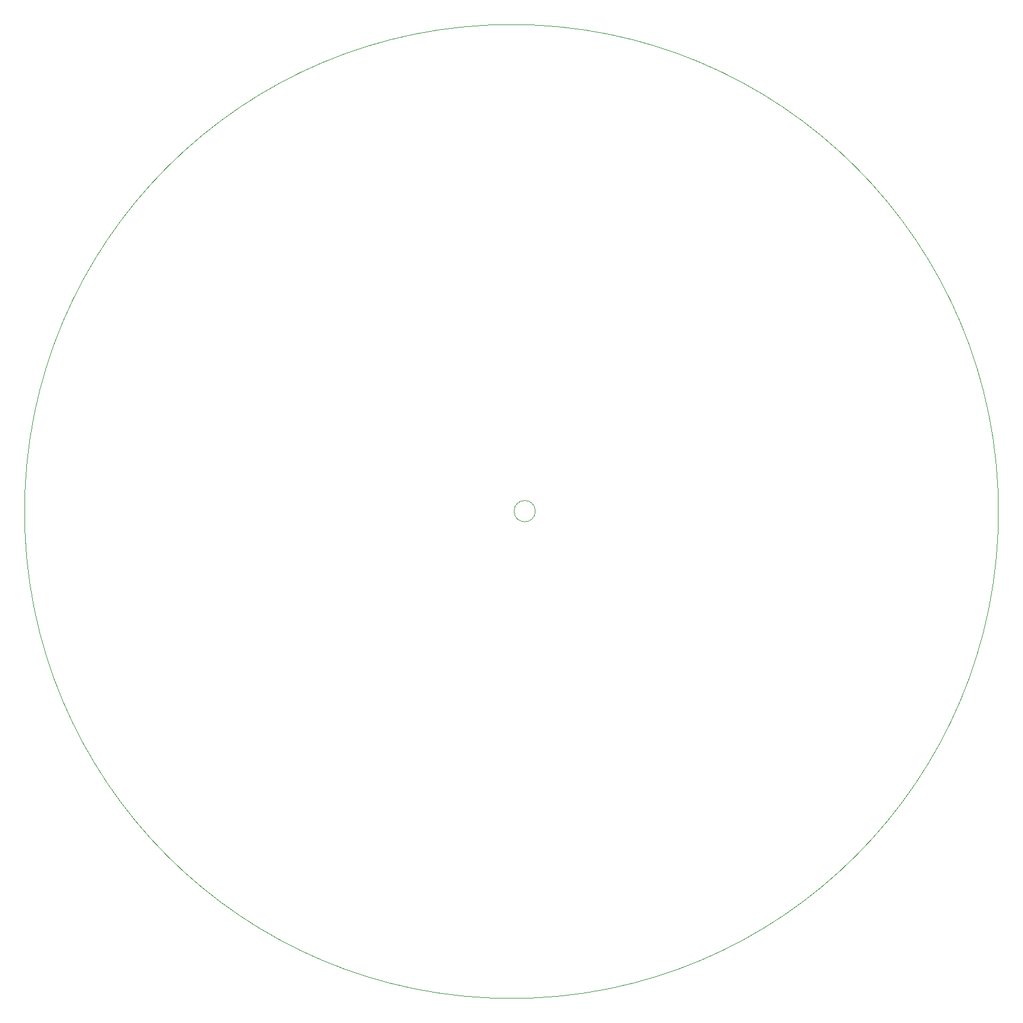
<source format=gtp>
G04 #@! TF.GenerationSoftware,KiCad,Pcbnew,5.1.9+dfsg1-1+deb11u1*
G04 #@! TF.CreationDate,2024-07-30T12:34:42+01:00*
G04 #@! TF.ProjectId,sunflower,73756e66-6c6f-4776-9572-2e6b69636164,rev?*
G04 #@! TF.SameCoordinates,Original*
G04 #@! TF.FileFunction,Paste,Top*
G04 #@! TF.FilePolarity,Positive*
%FSLAX46Y46*%
G04 Gerber Fmt 4.6, Leading zero omitted, Abs format (unit mm)*
G04 Created by KiCad (PCBNEW 5.1.9+dfsg1-1+deb11u1) date 2024-07-30 12:34:42*
%MOMM*%
%LPD*%
G01*
G04 APERTURE LIST*
G04 #@! TA.AperFunction,Profile*
%ADD10C,0.050000*%
G04 #@! TD*
G04 APERTURE END LIST*
D10*
X169000000Y-100000000D02*
G75*
G03*
X169000000Y-100000000I-69000000J0D01*
G01*
X103370000Y-99951320D02*
G75*
G03*
X103370000Y-99951320I-1500000J0D01*
G01*
M02*

</source>
